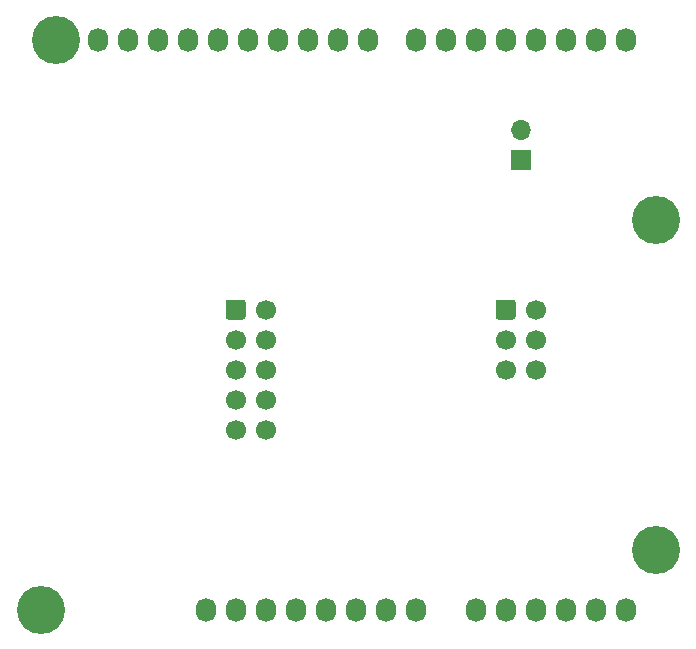
<source format=gbr>
G04 #@! TF.GenerationSoftware,KiCad,Pcbnew,(5.1.9)-1*
G04 #@! TF.CreationDate,2021-02-28T19:29:53+01:00*
G04 #@! TF.ProjectId,arduino as isp shield,61726475-696e-46f2-9061-732069737020,rev?*
G04 #@! TF.SameCoordinates,Original*
G04 #@! TF.FileFunction,Soldermask,Bot*
G04 #@! TF.FilePolarity,Negative*
%FSLAX46Y46*%
G04 Gerber Fmt 4.6, Leading zero omitted, Abs format (unit mm)*
G04 Created by KiCad (PCBNEW (5.1.9)-1) date 2021-02-28 19:29:53*
%MOMM*%
%LPD*%
G01*
G04 APERTURE LIST*
%ADD10O,1.700000X1.700000*%
%ADD11R,1.700000X1.700000*%
%ADD12C,1.700000*%
%ADD13O,1.727200X2.032000*%
%ADD14C,4.064000*%
G04 APERTURE END LIST*
D10*
X154178000Y-83185000D03*
D11*
X154178000Y-85725000D03*
D12*
X155448000Y-103505000D03*
X155448000Y-100965000D03*
X155448000Y-98425000D03*
X152908000Y-103505000D03*
X152908000Y-100965000D03*
G36*
G01*
X152058000Y-99025000D02*
X152058000Y-97825000D01*
G75*
G02*
X152308000Y-97575000I250000J0D01*
G01*
X153508000Y-97575000D01*
G75*
G02*
X153758000Y-97825000I0J-250000D01*
G01*
X153758000Y-99025000D01*
G75*
G02*
X153508000Y-99275000I-250000J0D01*
G01*
X152308000Y-99275000D01*
G75*
G02*
X152058000Y-99025000I0J250000D01*
G01*
G37*
X132588000Y-108585000D03*
X132588000Y-106045000D03*
X132588000Y-103505000D03*
X132588000Y-100965000D03*
X132588000Y-98425000D03*
X130048000Y-108585000D03*
X130048000Y-106045000D03*
X130048000Y-103505000D03*
X130048000Y-100965000D03*
G36*
G01*
X129198000Y-99025000D02*
X129198000Y-97825000D01*
G75*
G02*
X129448000Y-97575000I250000J0D01*
G01*
X130648000Y-97575000D01*
G75*
G02*
X130898000Y-97825000I0J-250000D01*
G01*
X130898000Y-99025000D01*
G75*
G02*
X130648000Y-99275000I-250000J0D01*
G01*
X129448000Y-99275000D01*
G75*
G02*
X129198000Y-99025000I0J250000D01*
G01*
G37*
D13*
X127508000Y-123825000D03*
X130048000Y-123825000D03*
X132588000Y-123825000D03*
X135128000Y-123825000D03*
X137668000Y-123825000D03*
X140208000Y-123825000D03*
X142748000Y-123825000D03*
X145288000Y-123825000D03*
X150368000Y-123825000D03*
X152908000Y-123825000D03*
X155448000Y-123825000D03*
X157988000Y-123825000D03*
X160528000Y-123825000D03*
X163068000Y-123825000D03*
X118364000Y-75565000D03*
X120904000Y-75565000D03*
X123444000Y-75565000D03*
X125984000Y-75565000D03*
X128524000Y-75565000D03*
X131064000Y-75565000D03*
X133604000Y-75565000D03*
X136144000Y-75565000D03*
X138684000Y-75565000D03*
X141224000Y-75565000D03*
X145288000Y-75565000D03*
X147828000Y-75565000D03*
X150368000Y-75565000D03*
X152908000Y-75565000D03*
X155448000Y-75565000D03*
X157988000Y-75565000D03*
X160528000Y-75565000D03*
X163068000Y-75565000D03*
D14*
X113538000Y-123825000D03*
X165608000Y-118745000D03*
X114808000Y-75565000D03*
X165608000Y-90805000D03*
M02*

</source>
